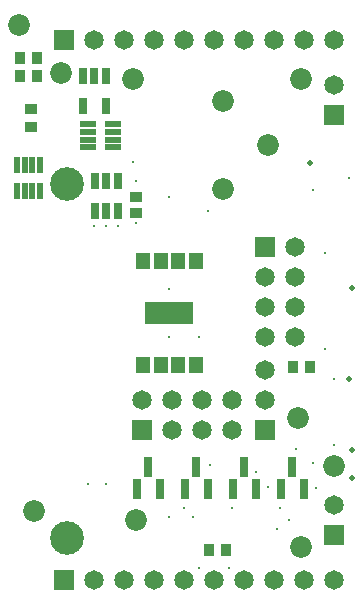
<source format=gts>
%FSLAX24Y24*%
%MOIN*%
G70*
G01*
G75*
G04 Layer_Color=8388736*
%ADD10R,0.0276X0.0354*%
%ADD11R,0.0315X0.0354*%
%ADD12R,0.0354X0.0276*%
%ADD13R,0.0170X0.0520*%
%ADD14R,0.0520X0.0170*%
%ADD15R,0.0217X0.0512*%
%ADD16R,0.0354X0.0315*%
%ADD17R,0.0236X0.0591*%
%ADD18R,0.0413X0.0476*%
%ADD19R,0.1575X0.0709*%
%ADD20C,0.0150*%
%ADD21C,0.0120*%
%ADD22C,0.0300*%
%ADD23C,0.1063*%
%ADD24C,0.0630*%
%ADD25C,0.0472*%
%ADD26C,0.0591*%
%ADD27R,0.0591X0.0591*%
%ADD28C,0.0661*%
%ADD29R,0.0591X0.0591*%
%ADD30C,0.0320*%
%ADD31C,0.0260*%
%ADD32C,0.0236*%
%ADD33C,0.0400*%
%ADD34R,0.0512X0.0217*%
%ADD35O,0.0866X0.0236*%
%ADD36O,0.0374X0.0138*%
%ADD37O,0.0138X0.0374*%
%ADD38R,0.0866X0.0866*%
%ADD39O,0.0236X0.0866*%
%ADD40R,0.0160X0.0255*%
%ADD41C,0.0160*%
%ADD42C,0.0100*%
%ADD43C,0.0098*%
%ADD44C,0.0079*%
%ADD45C,0.0060*%
%ADD46C,0.0050*%
%ADD47C,0.0080*%
%ADD48R,0.0336X0.0414*%
%ADD49R,0.0375X0.0414*%
%ADD50R,0.0414X0.0336*%
%ADD51R,0.0230X0.0580*%
%ADD52R,0.0580X0.0230*%
%ADD53R,0.0277X0.0572*%
%ADD54R,0.0414X0.0375*%
%ADD55R,0.0296X0.0651*%
%ADD56R,0.0473X0.0536*%
%ADD57R,0.1635X0.0769*%
%ADD58C,0.1123*%
%ADD59C,0.0690*%
%ADD60C,0.0532*%
%ADD61C,0.0651*%
%ADD62R,0.0651X0.0651*%
%ADD63C,0.0721*%
%ADD64R,0.0651X0.0651*%
%ADD65C,0.0060*%
%ADD66C,0.0120*%
%ADD67C,0.0200*%
D48*
X1095Y18400D02*
D03*
X505D02*
D03*
X9605Y8100D02*
D03*
X10195D02*
D03*
X7395Y2000D02*
D03*
X6805D02*
D03*
D49*
X1076Y17800D02*
D03*
X524D02*
D03*
D50*
X900Y16695D02*
D03*
Y16105D02*
D03*
D51*
X416Y13970D02*
D03*
X672D02*
D03*
X928D02*
D03*
X1184D02*
D03*
Y14830D02*
D03*
X928D02*
D03*
X672D02*
D03*
X416D02*
D03*
D52*
X3630Y15416D02*
D03*
Y15672D02*
D03*
Y15928D02*
D03*
Y16184D02*
D03*
X2770D02*
D03*
Y15928D02*
D03*
Y15672D02*
D03*
Y15416D02*
D03*
D53*
X3774Y13308D02*
D03*
X3026D02*
D03*
Y14292D02*
D03*
X3400D02*
D03*
X3774D02*
D03*
X3400Y13308D02*
D03*
X3374Y16808D02*
D03*
X2626D02*
D03*
Y17792D02*
D03*
X3000D02*
D03*
X3374D02*
D03*
D54*
X4400Y13776D02*
D03*
Y13224D02*
D03*
D55*
X9226Y4026D02*
D03*
X9974D02*
D03*
X9600Y4774D02*
D03*
X7626Y4026D02*
D03*
X8374D02*
D03*
X8000Y4774D02*
D03*
X6026Y4026D02*
D03*
X6774D02*
D03*
X6400Y4774D02*
D03*
X4426Y4026D02*
D03*
X5174D02*
D03*
X4800Y4774D02*
D03*
D56*
X4614Y11634D02*
D03*
X5205D02*
D03*
X5795D02*
D03*
X6386D02*
D03*
Y8166D02*
D03*
X5795D02*
D03*
X5205D02*
D03*
X4614D02*
D03*
D57*
X5500Y9900D02*
D03*
D58*
X2100Y2394D02*
D03*
Y14206D02*
D03*
D59*
Y2394D02*
D03*
Y14206D02*
D03*
D60*
X7300Y16976D02*
D03*
Y14024D02*
D03*
X8776Y15500D02*
D03*
D61*
X11000Y17500D02*
D03*
Y3500D02*
D03*
X5600Y6000D02*
D03*
X6600D02*
D03*
X7600D02*
D03*
X4600Y7000D02*
D03*
X5600D02*
D03*
X6600D02*
D03*
X7600D02*
D03*
X8700D02*
D03*
Y8000D02*
D03*
Y11100D02*
D03*
Y10100D02*
D03*
Y9100D02*
D03*
X9700Y12100D02*
D03*
Y11100D02*
D03*
Y10100D02*
D03*
Y9100D02*
D03*
X11000Y1000D02*
D03*
X10000D02*
D03*
X9000D02*
D03*
X8000D02*
D03*
X7000D02*
D03*
X6000D02*
D03*
X5000D02*
D03*
X4000D02*
D03*
X2988Y1000D02*
D03*
X11000Y19000D02*
D03*
X10000D02*
D03*
X9000D02*
D03*
X8000D02*
D03*
X7000D02*
D03*
X6000D02*
D03*
X5000D02*
D03*
X4000D02*
D03*
X2988Y19000D02*
D03*
D62*
X11000Y16500D02*
D03*
Y2500D02*
D03*
X8700Y6000D02*
D03*
Y12100D02*
D03*
D63*
X4300Y17700D02*
D03*
X1900Y17900D02*
D03*
X8776Y15500D02*
D03*
X7300Y14024D02*
D03*
X9900Y17700D02*
D03*
X7300Y16976D02*
D03*
X500Y19500D02*
D03*
X9900Y2100D02*
D03*
X4400Y3000D02*
D03*
X1000Y3300D02*
D03*
X9800Y6400D02*
D03*
X11000Y4800D02*
D03*
D64*
X4600Y6000D02*
D03*
X1988Y1000D02*
D03*
Y19000D02*
D03*
D65*
X2904Y10000D02*
D03*
X416Y14420D02*
D03*
X600Y15300D02*
D03*
X700Y12800D02*
D03*
X4942Y16442D02*
D03*
X10300Y6800D02*
D03*
X8800Y13000D02*
D03*
X10900Y13000D02*
D03*
X3500Y18300D02*
D03*
X1300Y13100D02*
D03*
X772Y13428D02*
D03*
X300Y15900D02*
D03*
X2222Y15669D02*
D03*
X3000Y18300D02*
D03*
X505Y18795D02*
D03*
X1600Y17100D02*
D03*
X1550Y16650D02*
D03*
Y16150D02*
D03*
X3500Y17200D02*
D03*
X3200Y15100D02*
D03*
X3400Y13900D02*
D03*
X3630Y15130D02*
D03*
X2800Y15200D02*
D03*
X2252Y15992D02*
D03*
X6784Y17484D02*
D03*
X9000Y16100D02*
D03*
X5000Y16100D02*
D03*
X4800Y15800D02*
D03*
X5828Y15928D02*
D03*
X6084Y15716D02*
D03*
D66*
X6500Y9100D02*
D03*
X5500D02*
D03*
Y10700D02*
D03*
X6300Y3100D02*
D03*
X4276Y14924D02*
D03*
X3800Y12800D02*
D03*
X3400D02*
D03*
X3000D02*
D03*
X4400Y12900D02*
D03*
Y14300D02*
D03*
X5476Y13776D02*
D03*
X6800Y13300D02*
D03*
X9728Y5372D02*
D03*
X10370Y4070D02*
D03*
X9500Y3000D02*
D03*
X6841Y4841D02*
D03*
X6500Y1400D02*
D03*
X7500D02*
D03*
X9100Y2700D02*
D03*
X8800Y4100D02*
D03*
X10300Y4900D02*
D03*
X8400Y4600D02*
D03*
X2800Y4200D02*
D03*
X3400D02*
D03*
X5500Y3100D02*
D03*
X6000Y3400D02*
D03*
X9200D02*
D03*
X7600D02*
D03*
X11000Y5500D02*
D03*
Y7700D02*
D03*
X10700Y8700D02*
D03*
Y11900D02*
D03*
X11500Y14400D02*
D03*
X10300Y14000D02*
D03*
D67*
X10195Y14905D02*
D03*
X11600Y4400D02*
D03*
X11500Y7700D02*
D03*
X11576Y5324D02*
D03*
Y10724D02*
D03*
M02*

</source>
